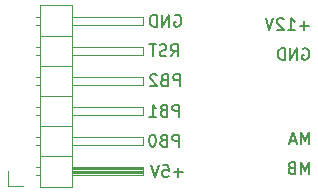
<source format=gbr>
%TF.GenerationSoftware,KiCad,Pcbnew,7.0.2-0*%
%TF.CreationDate,2023-05-15T10:38:26-07:00*%
%TF.ProjectId,RagGuard_V2,52616747-7561-4726-945f-56322e6b6963,rev?*%
%TF.SameCoordinates,Original*%
%TF.FileFunction,Legend,Bot*%
%TF.FilePolarity,Positive*%
%FSLAX46Y46*%
G04 Gerber Fmt 4.6, Leading zero omitted, Abs format (unit mm)*
G04 Created by KiCad (PCBNEW 7.0.2-0) date 2023-05-15 10:38:26*
%MOMM*%
%LPD*%
G01*
G04 APERTURE LIST*
%ADD10C,0.150000*%
%ADD11C,0.120000*%
G04 APERTURE END LIST*
D10*
X208803904Y-118064619D02*
X208803904Y-117064619D01*
X208803904Y-117064619D02*
X208470571Y-117778904D01*
X208470571Y-117778904D02*
X208137238Y-117064619D01*
X208137238Y-117064619D02*
X208137238Y-118064619D01*
X207708666Y-117778904D02*
X207232476Y-117778904D01*
X207803904Y-118064619D02*
X207470571Y-117064619D01*
X207470571Y-117064619D02*
X207137238Y-118064619D01*
X197825799Y-115742441D02*
X197825799Y-114742441D01*
X197825799Y-114742441D02*
X197444847Y-114742441D01*
X197444847Y-114742441D02*
X197349609Y-114790060D01*
X197349609Y-114790060D02*
X197301990Y-114837679D01*
X197301990Y-114837679D02*
X197254371Y-114932917D01*
X197254371Y-114932917D02*
X197254371Y-115075774D01*
X197254371Y-115075774D02*
X197301990Y-115171012D01*
X197301990Y-115171012D02*
X197349609Y-115218631D01*
X197349609Y-115218631D02*
X197444847Y-115266250D01*
X197444847Y-115266250D02*
X197825799Y-115266250D01*
X196492466Y-115218631D02*
X196349609Y-115266250D01*
X196349609Y-115266250D02*
X196301990Y-115313869D01*
X196301990Y-115313869D02*
X196254371Y-115409107D01*
X196254371Y-115409107D02*
X196254371Y-115551964D01*
X196254371Y-115551964D02*
X196301990Y-115647202D01*
X196301990Y-115647202D02*
X196349609Y-115694822D01*
X196349609Y-115694822D02*
X196444847Y-115742441D01*
X196444847Y-115742441D02*
X196825799Y-115742441D01*
X196825799Y-115742441D02*
X196825799Y-114742441D01*
X196825799Y-114742441D02*
X196492466Y-114742441D01*
X196492466Y-114742441D02*
X196397228Y-114790060D01*
X196397228Y-114790060D02*
X196349609Y-114837679D01*
X196349609Y-114837679D02*
X196301990Y-114932917D01*
X196301990Y-114932917D02*
X196301990Y-115028155D01*
X196301990Y-115028155D02*
X196349609Y-115123393D01*
X196349609Y-115123393D02*
X196397228Y-115171012D01*
X196397228Y-115171012D02*
X196492466Y-115218631D01*
X196492466Y-115218631D02*
X196825799Y-115218631D01*
X195301990Y-115742441D02*
X195873418Y-115742441D01*
X195587704Y-115742441D02*
X195587704Y-114742441D01*
X195587704Y-114742441D02*
X195682942Y-114885298D01*
X195682942Y-114885298D02*
X195778180Y-114980536D01*
X195778180Y-114980536D02*
X195873418Y-115028155D01*
X198130090Y-120462196D02*
X197368186Y-120462196D01*
X197749138Y-120843149D02*
X197749138Y-120081244D01*
X196415805Y-119843149D02*
X196891995Y-119843149D01*
X196891995Y-119843149D02*
X196939614Y-120319339D01*
X196939614Y-120319339D02*
X196891995Y-120271720D01*
X196891995Y-120271720D02*
X196796757Y-120224101D01*
X196796757Y-120224101D02*
X196558662Y-120224101D01*
X196558662Y-120224101D02*
X196463424Y-120271720D01*
X196463424Y-120271720D02*
X196415805Y-120319339D01*
X196415805Y-120319339D02*
X196368186Y-120414577D01*
X196368186Y-120414577D02*
X196368186Y-120652672D01*
X196368186Y-120652672D02*
X196415805Y-120747910D01*
X196415805Y-120747910D02*
X196463424Y-120795530D01*
X196463424Y-120795530D02*
X196558662Y-120843149D01*
X196558662Y-120843149D02*
X196796757Y-120843149D01*
X196796757Y-120843149D02*
X196891995Y-120795530D01*
X196891995Y-120795530D02*
X196939614Y-120747910D01*
X196082471Y-119843149D02*
X195749138Y-120843149D01*
X195749138Y-120843149D02*
X195415805Y-119843149D01*
X197114109Y-110636902D02*
X197447442Y-110160711D01*
X197685537Y-110636902D02*
X197685537Y-109636902D01*
X197685537Y-109636902D02*
X197304585Y-109636902D01*
X197304585Y-109636902D02*
X197209347Y-109684521D01*
X197209347Y-109684521D02*
X197161728Y-109732140D01*
X197161728Y-109732140D02*
X197114109Y-109827378D01*
X197114109Y-109827378D02*
X197114109Y-109970235D01*
X197114109Y-109970235D02*
X197161728Y-110065473D01*
X197161728Y-110065473D02*
X197209347Y-110113092D01*
X197209347Y-110113092D02*
X197304585Y-110160711D01*
X197304585Y-110160711D02*
X197685537Y-110160711D01*
X196733156Y-110589283D02*
X196590299Y-110636902D01*
X196590299Y-110636902D02*
X196352204Y-110636902D01*
X196352204Y-110636902D02*
X196256966Y-110589283D01*
X196256966Y-110589283D02*
X196209347Y-110541663D01*
X196209347Y-110541663D02*
X196161728Y-110446425D01*
X196161728Y-110446425D02*
X196161728Y-110351187D01*
X196161728Y-110351187D02*
X196209347Y-110255949D01*
X196209347Y-110255949D02*
X196256966Y-110208330D01*
X196256966Y-110208330D02*
X196352204Y-110160711D01*
X196352204Y-110160711D02*
X196542680Y-110113092D01*
X196542680Y-110113092D02*
X196637918Y-110065473D01*
X196637918Y-110065473D02*
X196685537Y-110017854D01*
X196685537Y-110017854D02*
X196733156Y-109922616D01*
X196733156Y-109922616D02*
X196733156Y-109827378D01*
X196733156Y-109827378D02*
X196685537Y-109732140D01*
X196685537Y-109732140D02*
X196637918Y-109684521D01*
X196637918Y-109684521D02*
X196542680Y-109636902D01*
X196542680Y-109636902D02*
X196304585Y-109636902D01*
X196304585Y-109636902D02*
X196161728Y-109684521D01*
X195876013Y-109636902D02*
X195304585Y-109636902D01*
X195590299Y-110636902D02*
X195590299Y-109636902D01*
X208803904Y-120604619D02*
X208803904Y-119604619D01*
X208803904Y-119604619D02*
X208470571Y-120318904D01*
X208470571Y-120318904D02*
X208137238Y-119604619D01*
X208137238Y-119604619D02*
X208137238Y-120604619D01*
X207327714Y-120080809D02*
X207184857Y-120128428D01*
X207184857Y-120128428D02*
X207137238Y-120176047D01*
X207137238Y-120176047D02*
X207089619Y-120271285D01*
X207089619Y-120271285D02*
X207089619Y-120414142D01*
X207089619Y-120414142D02*
X207137238Y-120509380D01*
X207137238Y-120509380D02*
X207184857Y-120557000D01*
X207184857Y-120557000D02*
X207280095Y-120604619D01*
X207280095Y-120604619D02*
X207661047Y-120604619D01*
X207661047Y-120604619D02*
X207661047Y-119604619D01*
X207661047Y-119604619D02*
X207327714Y-119604619D01*
X207327714Y-119604619D02*
X207232476Y-119652238D01*
X207232476Y-119652238D02*
X207184857Y-119699857D01*
X207184857Y-119699857D02*
X207137238Y-119795095D01*
X207137238Y-119795095D02*
X207137238Y-119890333D01*
X207137238Y-119890333D02*
X207184857Y-119985571D01*
X207184857Y-119985571D02*
X207232476Y-120033190D01*
X207232476Y-120033190D02*
X207327714Y-120080809D01*
X207327714Y-120080809D02*
X207661047Y-120080809D01*
X208803904Y-108031666D02*
X208042000Y-108031666D01*
X208422952Y-108412619D02*
X208422952Y-107650714D01*
X207042000Y-108412619D02*
X207613428Y-108412619D01*
X207327714Y-108412619D02*
X207327714Y-107412619D01*
X207327714Y-107412619D02*
X207422952Y-107555476D01*
X207422952Y-107555476D02*
X207518190Y-107650714D01*
X207518190Y-107650714D02*
X207613428Y-107698333D01*
X206661047Y-107507857D02*
X206613428Y-107460238D01*
X206613428Y-107460238D02*
X206518190Y-107412619D01*
X206518190Y-107412619D02*
X206280095Y-107412619D01*
X206280095Y-107412619D02*
X206184857Y-107460238D01*
X206184857Y-107460238D02*
X206137238Y-107507857D01*
X206137238Y-107507857D02*
X206089619Y-107603095D01*
X206089619Y-107603095D02*
X206089619Y-107698333D01*
X206089619Y-107698333D02*
X206137238Y-107841190D01*
X206137238Y-107841190D02*
X206708666Y-108412619D01*
X206708666Y-108412619D02*
X206089619Y-108412619D01*
X205803904Y-107412619D02*
X205470571Y-108412619D01*
X205470571Y-108412619D02*
X205137238Y-107412619D01*
X208280095Y-110000238D02*
X208375333Y-109952619D01*
X208375333Y-109952619D02*
X208518190Y-109952619D01*
X208518190Y-109952619D02*
X208661047Y-110000238D01*
X208661047Y-110000238D02*
X208756285Y-110095476D01*
X208756285Y-110095476D02*
X208803904Y-110190714D01*
X208803904Y-110190714D02*
X208851523Y-110381190D01*
X208851523Y-110381190D02*
X208851523Y-110524047D01*
X208851523Y-110524047D02*
X208803904Y-110714523D01*
X208803904Y-110714523D02*
X208756285Y-110809761D01*
X208756285Y-110809761D02*
X208661047Y-110905000D01*
X208661047Y-110905000D02*
X208518190Y-110952619D01*
X208518190Y-110952619D02*
X208422952Y-110952619D01*
X208422952Y-110952619D02*
X208280095Y-110905000D01*
X208280095Y-110905000D02*
X208232476Y-110857380D01*
X208232476Y-110857380D02*
X208232476Y-110524047D01*
X208232476Y-110524047D02*
X208422952Y-110524047D01*
X207803904Y-110952619D02*
X207803904Y-109952619D01*
X207803904Y-109952619D02*
X207232476Y-110952619D01*
X207232476Y-110952619D02*
X207232476Y-109952619D01*
X206756285Y-110952619D02*
X206756285Y-109952619D01*
X206756285Y-109952619D02*
X206518190Y-109952619D01*
X206518190Y-109952619D02*
X206375333Y-110000238D01*
X206375333Y-110000238D02*
X206280095Y-110095476D01*
X206280095Y-110095476D02*
X206232476Y-110190714D01*
X206232476Y-110190714D02*
X206184857Y-110381190D01*
X206184857Y-110381190D02*
X206184857Y-110524047D01*
X206184857Y-110524047D02*
X206232476Y-110714523D01*
X206232476Y-110714523D02*
X206280095Y-110809761D01*
X206280095Y-110809761D02*
X206375333Y-110905000D01*
X206375333Y-110905000D02*
X206518190Y-110952619D01*
X206518190Y-110952619D02*
X206756285Y-110952619D01*
X197809398Y-118275711D02*
X197809398Y-117275711D01*
X197809398Y-117275711D02*
X197428446Y-117275711D01*
X197428446Y-117275711D02*
X197333208Y-117323330D01*
X197333208Y-117323330D02*
X197285589Y-117370949D01*
X197285589Y-117370949D02*
X197237970Y-117466187D01*
X197237970Y-117466187D02*
X197237970Y-117609044D01*
X197237970Y-117609044D02*
X197285589Y-117704282D01*
X197285589Y-117704282D02*
X197333208Y-117751901D01*
X197333208Y-117751901D02*
X197428446Y-117799520D01*
X197428446Y-117799520D02*
X197809398Y-117799520D01*
X196476065Y-117751901D02*
X196333208Y-117799520D01*
X196333208Y-117799520D02*
X196285589Y-117847139D01*
X196285589Y-117847139D02*
X196237970Y-117942377D01*
X196237970Y-117942377D02*
X196237970Y-118085234D01*
X196237970Y-118085234D02*
X196285589Y-118180472D01*
X196285589Y-118180472D02*
X196333208Y-118228092D01*
X196333208Y-118228092D02*
X196428446Y-118275711D01*
X196428446Y-118275711D02*
X196809398Y-118275711D01*
X196809398Y-118275711D02*
X196809398Y-117275711D01*
X196809398Y-117275711D02*
X196476065Y-117275711D01*
X196476065Y-117275711D02*
X196380827Y-117323330D01*
X196380827Y-117323330D02*
X196333208Y-117370949D01*
X196333208Y-117370949D02*
X196285589Y-117466187D01*
X196285589Y-117466187D02*
X196285589Y-117561425D01*
X196285589Y-117561425D02*
X196333208Y-117656663D01*
X196333208Y-117656663D02*
X196380827Y-117704282D01*
X196380827Y-117704282D02*
X196476065Y-117751901D01*
X196476065Y-117751901D02*
X196809398Y-117751901D01*
X195618922Y-117275711D02*
X195523684Y-117275711D01*
X195523684Y-117275711D02*
X195428446Y-117323330D01*
X195428446Y-117323330D02*
X195380827Y-117370949D01*
X195380827Y-117370949D02*
X195333208Y-117466187D01*
X195333208Y-117466187D02*
X195285589Y-117656663D01*
X195285589Y-117656663D02*
X195285589Y-117894758D01*
X195285589Y-117894758D02*
X195333208Y-118085234D01*
X195333208Y-118085234D02*
X195380827Y-118180472D01*
X195380827Y-118180472D02*
X195428446Y-118228092D01*
X195428446Y-118228092D02*
X195523684Y-118275711D01*
X195523684Y-118275711D02*
X195618922Y-118275711D01*
X195618922Y-118275711D02*
X195714160Y-118228092D01*
X195714160Y-118228092D02*
X195761779Y-118180472D01*
X195761779Y-118180472D02*
X195809398Y-118085234D01*
X195809398Y-118085234D02*
X195857017Y-117894758D01*
X195857017Y-117894758D02*
X195857017Y-117656663D01*
X195857017Y-117656663D02*
X195809398Y-117466187D01*
X195809398Y-117466187D02*
X195761779Y-117370949D01*
X195761779Y-117370949D02*
X195714160Y-117323330D01*
X195714160Y-117323330D02*
X195618922Y-117275711D01*
X197881904Y-113161619D02*
X197881904Y-112161619D01*
X197881904Y-112161619D02*
X197500952Y-112161619D01*
X197500952Y-112161619D02*
X197405714Y-112209238D01*
X197405714Y-112209238D02*
X197358095Y-112256857D01*
X197358095Y-112256857D02*
X197310476Y-112352095D01*
X197310476Y-112352095D02*
X197310476Y-112494952D01*
X197310476Y-112494952D02*
X197358095Y-112590190D01*
X197358095Y-112590190D02*
X197405714Y-112637809D01*
X197405714Y-112637809D02*
X197500952Y-112685428D01*
X197500952Y-112685428D02*
X197881904Y-112685428D01*
X196548571Y-112637809D02*
X196405714Y-112685428D01*
X196405714Y-112685428D02*
X196358095Y-112733047D01*
X196358095Y-112733047D02*
X196310476Y-112828285D01*
X196310476Y-112828285D02*
X196310476Y-112971142D01*
X196310476Y-112971142D02*
X196358095Y-113066380D01*
X196358095Y-113066380D02*
X196405714Y-113114000D01*
X196405714Y-113114000D02*
X196500952Y-113161619D01*
X196500952Y-113161619D02*
X196881904Y-113161619D01*
X196881904Y-113161619D02*
X196881904Y-112161619D01*
X196881904Y-112161619D02*
X196548571Y-112161619D01*
X196548571Y-112161619D02*
X196453333Y-112209238D01*
X196453333Y-112209238D02*
X196405714Y-112256857D01*
X196405714Y-112256857D02*
X196358095Y-112352095D01*
X196358095Y-112352095D02*
X196358095Y-112447333D01*
X196358095Y-112447333D02*
X196405714Y-112542571D01*
X196405714Y-112542571D02*
X196453333Y-112590190D01*
X196453333Y-112590190D02*
X196548571Y-112637809D01*
X196548571Y-112637809D02*
X196881904Y-112637809D01*
X195929523Y-112256857D02*
X195881904Y-112209238D01*
X195881904Y-112209238D02*
X195786666Y-112161619D01*
X195786666Y-112161619D02*
X195548571Y-112161619D01*
X195548571Y-112161619D02*
X195453333Y-112209238D01*
X195453333Y-112209238D02*
X195405714Y-112256857D01*
X195405714Y-112256857D02*
X195358095Y-112352095D01*
X195358095Y-112352095D02*
X195358095Y-112447333D01*
X195358095Y-112447333D02*
X195405714Y-112590190D01*
X195405714Y-112590190D02*
X195977142Y-113161619D01*
X195977142Y-113161619D02*
X195358095Y-113161619D01*
X197435762Y-107168608D02*
X197531000Y-107120989D01*
X197531000Y-107120989D02*
X197673857Y-107120989D01*
X197673857Y-107120989D02*
X197816714Y-107168608D01*
X197816714Y-107168608D02*
X197911952Y-107263846D01*
X197911952Y-107263846D02*
X197959571Y-107359084D01*
X197959571Y-107359084D02*
X198007190Y-107549560D01*
X198007190Y-107549560D02*
X198007190Y-107692417D01*
X198007190Y-107692417D02*
X197959571Y-107882893D01*
X197959571Y-107882893D02*
X197911952Y-107978131D01*
X197911952Y-107978131D02*
X197816714Y-108073370D01*
X197816714Y-108073370D02*
X197673857Y-108120989D01*
X197673857Y-108120989D02*
X197578619Y-108120989D01*
X197578619Y-108120989D02*
X197435762Y-108073370D01*
X197435762Y-108073370D02*
X197388143Y-108025750D01*
X197388143Y-108025750D02*
X197388143Y-107692417D01*
X197388143Y-107692417D02*
X197578619Y-107692417D01*
X196959571Y-108120989D02*
X196959571Y-107120989D01*
X196959571Y-107120989D02*
X196388143Y-108120989D01*
X196388143Y-108120989D02*
X196388143Y-107120989D01*
X195911952Y-108120989D02*
X195911952Y-107120989D01*
X195911952Y-107120989D02*
X195673857Y-107120989D01*
X195673857Y-107120989D02*
X195531000Y-107168608D01*
X195531000Y-107168608D02*
X195435762Y-107263846D01*
X195435762Y-107263846D02*
X195388143Y-107359084D01*
X195388143Y-107359084D02*
X195340524Y-107549560D01*
X195340524Y-107549560D02*
X195340524Y-107692417D01*
X195340524Y-107692417D02*
X195388143Y-107882893D01*
X195388143Y-107882893D02*
X195435762Y-107978131D01*
X195435762Y-107978131D02*
X195531000Y-108073370D01*
X195531000Y-108073370D02*
X195673857Y-108120989D01*
X195673857Y-108120989D02*
X195911952Y-108120989D01*
D11*
%TO.C,J4*%
X183355000Y-120350000D02*
X183355000Y-121620000D01*
X183355000Y-121620000D02*
X184625000Y-121620000D01*
X185667929Y-107270000D02*
X186065000Y-107270000D01*
X185667929Y-108030000D02*
X186065000Y-108030000D01*
X185667929Y-109810000D02*
X186065000Y-109810000D01*
X185667929Y-110570000D02*
X186065000Y-110570000D01*
X185667929Y-112350000D02*
X186065000Y-112350000D01*
X185667929Y-113110000D02*
X186065000Y-113110000D01*
X185667929Y-114890000D02*
X186065000Y-114890000D01*
X185667929Y-115650000D02*
X186065000Y-115650000D01*
X185667929Y-117430000D02*
X186065000Y-117430000D01*
X185667929Y-118190000D02*
X186065000Y-118190000D01*
X185735000Y-119970000D02*
X186065000Y-119970000D01*
X185735000Y-120730000D02*
X186065000Y-120730000D01*
X186065000Y-106320000D02*
X188725000Y-106320000D01*
X186065000Y-108920000D02*
X188725000Y-108920000D01*
X186065000Y-111460000D02*
X188725000Y-111460000D01*
X186065000Y-114000000D02*
X188725000Y-114000000D01*
X186065000Y-116540000D02*
X188725000Y-116540000D01*
X186065000Y-119080000D02*
X188725000Y-119080000D01*
X186065000Y-121680000D02*
X186065000Y-106320000D01*
X188725000Y-106320000D02*
X188725000Y-121680000D01*
X188725000Y-108030000D02*
X194725000Y-108030000D01*
X188725000Y-110570000D02*
X194725000Y-110570000D01*
X188725000Y-113110000D02*
X194725000Y-113110000D01*
X188725000Y-115650000D02*
X194725000Y-115650000D01*
X188725000Y-118190000D02*
X194725000Y-118190000D01*
X188725000Y-120070000D02*
X194725000Y-120070000D01*
X188725000Y-120190000D02*
X194725000Y-120190000D01*
X188725000Y-120310000D02*
X194725000Y-120310000D01*
X188725000Y-120430000D02*
X194725000Y-120430000D01*
X188725000Y-120550000D02*
X194725000Y-120550000D01*
X188725000Y-120670000D02*
X194725000Y-120670000D01*
X188725000Y-120730000D02*
X194725000Y-120730000D01*
X188725000Y-121680000D02*
X186065000Y-121680000D01*
X194725000Y-107270000D02*
X188725000Y-107270000D01*
X194725000Y-108030000D02*
X194725000Y-107270000D01*
X194725000Y-109810000D02*
X188725000Y-109810000D01*
X194725000Y-110570000D02*
X194725000Y-109810000D01*
X194725000Y-112350000D02*
X188725000Y-112350000D01*
X194725000Y-113110000D02*
X194725000Y-112350000D01*
X194725000Y-114890000D02*
X188725000Y-114890000D01*
X194725000Y-115650000D02*
X194725000Y-114890000D01*
X194725000Y-117430000D02*
X188725000Y-117430000D01*
X194725000Y-118190000D02*
X194725000Y-117430000D01*
X194725000Y-119970000D02*
X188725000Y-119970000D01*
X194725000Y-120730000D02*
X194725000Y-119970000D01*
%TD*%
M02*

</source>
